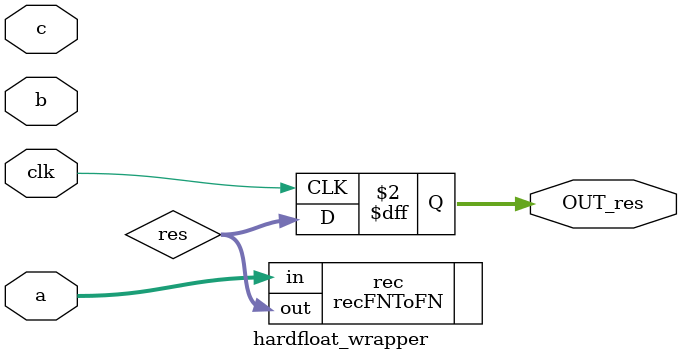
<source format=v>
module hardfloat_wrapper
(
    input wire clk,

    input wire[32:0] a,
    input wire[32:0] b,
    input wire[32:0] c,

    /*output wire[9:0] OUT_sExp,
    output wire[26:0] OUT_sig,
    output wire OUT_invalidExc, 
    output wire OUT_isNaN, 
    output wire OUT_isInf, 
    output wire OUT_isZero, 
    output wire OUT_sign*/
    output reg[31:0] OUT_res
);

//wire[32:0] res;
wire[31:0] res;
/*mulAddRecFN fma
(
    .control(0),
    .op(0),
    .a(a),
    .b(b),
    .c(c),
    .roundingMode(3'b0),
    .out(res),
    .exceptionFlags()
);*/

/*mulRecFN#(.expWidth(8), .sigWidth(24)) add
(
    .control(0),
    //.subOp(c[0]),
    .a(a),
    .b(b),
    .roundingMode(0),
    .out(res),
    .exceptionFlags()
);*/

/*wire invalidExc, out_isNaN, out_isInf, out_isZero, out_sign;
reg invalidExc_reg, out_isNaN_reg, out_isInf_reg, out_isZero_reg, out_sign_reg;

wire signed [(8 + 1):0] out_sExp;
reg signed [(8 + 1):0] out_sExp_reg;
wire [(24 + 2):0] out_sig;
reg [(24 + 2):0] out_sig_reg;

mulAddRecFNToRaw#(8, 24)
    mul(
        control,
        2'b0,
        a,
        b,
        c,
        3'b0,
        invalidExc,
        out_isNaN,
        out_isInf,
        out_isZero,
        out_sign,
        out_sExp,
        out_sig
    );*/

recFNToFN#(8, 24) rec
(
    .in(a),
    .out(res)

);
always@(posedge clk) begin
    OUT_res <= res;
end

/*always@(posedge clk) begin
    out_sExp_reg <= out_sExp;
    out_sig_reg <= out_sig;
    invalidExc_reg <= invalidExc;
    out_isNaN_reg <= out_isNaN;
    out_isInf_reg <= out_isInf;
    out_isZero_reg <= out_isZero;
    out_sign_reg  <= out_sign;
end

assign OUT_sExp = out_sExp_reg;
assign OUT_sig = out_sig_reg;
assign invalidExc = invalidExc_reg;
assign OUT_isNaN = out_isNaN_reg;
assign OUT_isInf = out_isInf_reg;
assign OUT_isZero = out_isZero_reg;
assign OUT_sign = out_sign_reg;*/

endmodule
</source>
